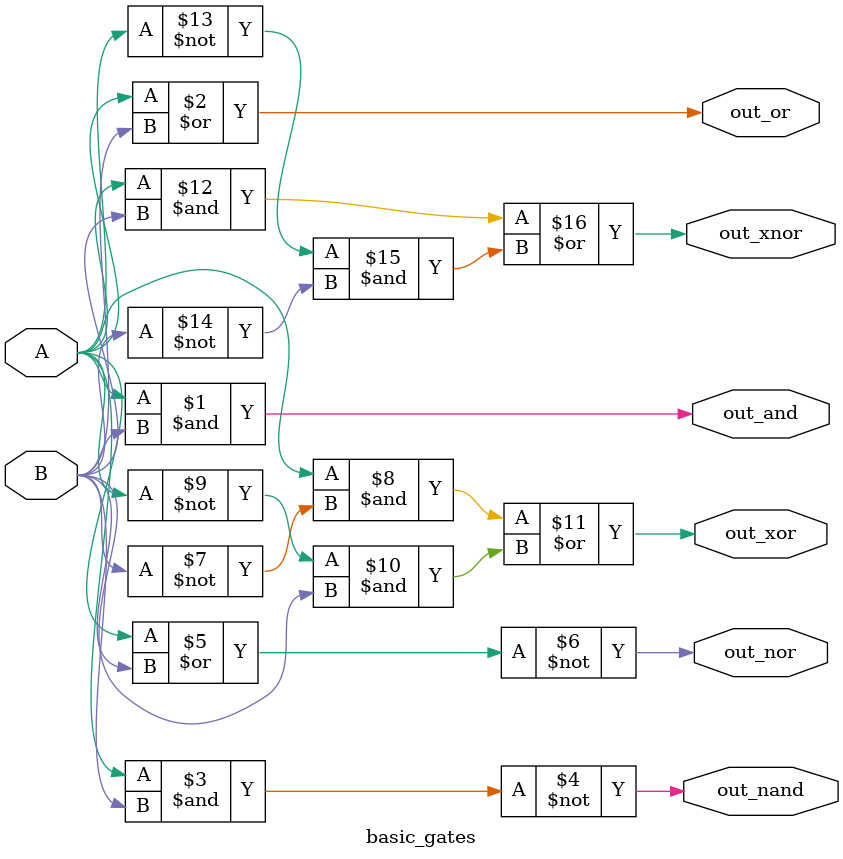
<source format=v>
module basic_gates(A, B, out_and, out_or, out_nand, out_nor, out_xor, out_xnor);

input A, B;
output out_and, out_or, out_nand, out_nor, out_xor, out_xnor;

assign out_and = A & B;
assign out_or = A | B;
assign out_nand = ~(A & B);
assign out_nor = ~(A | B);
assign out_xor = (A & ~(B)) | (~(A) & B); // A^B
assign out_xnor = (A & B) | (~(A) & ~(B)); // ~(A^B)    

endmodule
</source>
